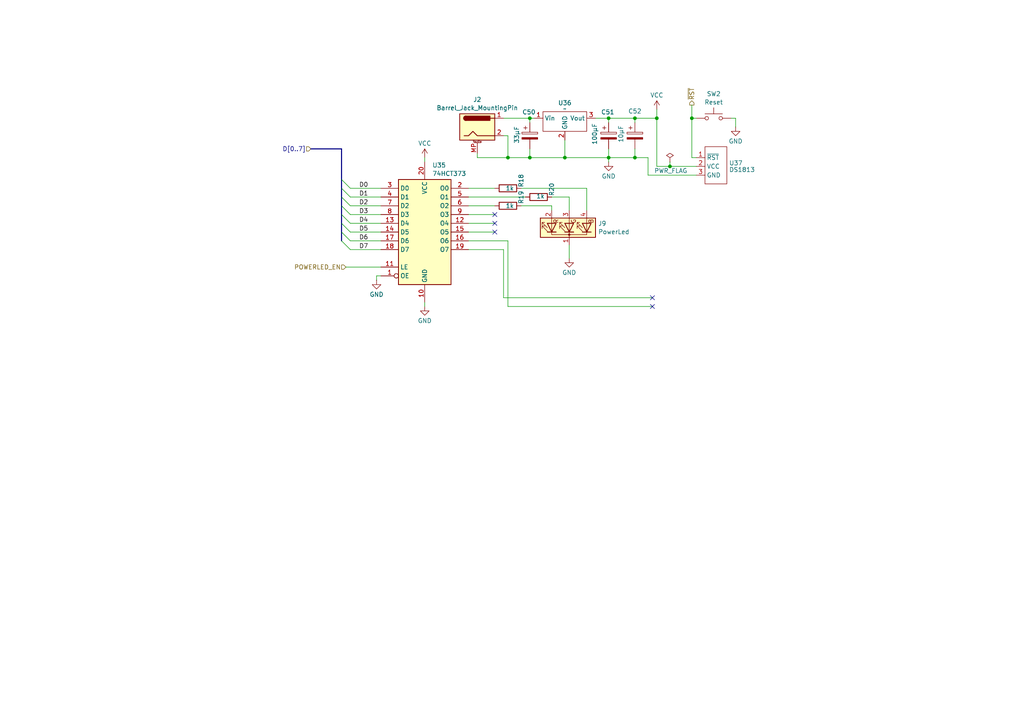
<source format=kicad_sch>
(kicad_sch
	(version 20231120)
	(generator "eeschema")
	(generator_version "8.0")
	(uuid "07ac2621-b141-4284-8c2f-efdbae4683df")
	(paper "A4")
	(lib_symbols
		(symbol "74xx:74LS373"
			(exclude_from_sim no)
			(in_bom yes)
			(on_board yes)
			(property "Reference" "U"
				(at -7.62 16.51 0)
				(effects
					(font
						(size 1.27 1.27)
					)
				)
			)
			(property "Value" "74LS373"
				(at -7.62 -16.51 0)
				(effects
					(font
						(size 1.27 1.27)
					)
				)
			)
			(property "Footprint" ""
				(at 0 0 0)
				(effects
					(font
						(size 1.27 1.27)
					)
					(hide yes)
				)
			)
			(property "Datasheet" "http://www.ti.com/lit/gpn/sn74LS373"
				(at 0 0 0)
				(effects
					(font
						(size 1.27 1.27)
					)
					(hide yes)
				)
			)
			(property "Description" "8-bit Latch, 3-state outputs"
				(at 0 0 0)
				(effects
					(font
						(size 1.27 1.27)
					)
					(hide yes)
				)
			)
			(property "ki_keywords" "TTL REG DFF DFF8 LATCH"
				(at 0 0 0)
				(effects
					(font
						(size 1.27 1.27)
					)
					(hide yes)
				)
			)
			(property "ki_fp_filters" "DIP?20* SOIC?20* SO?20* SSOP?20* TSSOP?20*"
				(at 0 0 0)
				(effects
					(font
						(size 1.27 1.27)
					)
					(hide yes)
				)
			)
			(symbol "74LS373_1_0"
				(pin input inverted
					(at -12.7 -12.7 0)
					(length 5.08)
					(name "OE"
						(effects
							(font
								(size 1.27 1.27)
							)
						)
					)
					(number "1"
						(effects
							(font
								(size 1.27 1.27)
							)
						)
					)
				)
				(pin power_in line
					(at 0 -20.32 90)
					(length 5.08)
					(name "GND"
						(effects
							(font
								(size 1.27 1.27)
							)
						)
					)
					(number "10"
						(effects
							(font
								(size 1.27 1.27)
							)
						)
					)
				)
				(pin input line
					(at -12.7 -10.16 0)
					(length 5.08)
					(name "LE"
						(effects
							(font
								(size 1.27 1.27)
							)
						)
					)
					(number "11"
						(effects
							(font
								(size 1.27 1.27)
							)
						)
					)
				)
				(pin tri_state line
					(at 12.7 2.54 180)
					(length 5.08)
					(name "O4"
						(effects
							(font
								(size 1.27 1.27)
							)
						)
					)
					(number "12"
						(effects
							(font
								(size 1.27 1.27)
							)
						)
					)
				)
				(pin input line
					(at -12.7 2.54 0)
					(length 5.08)
					(name "D4"
						(effects
							(font
								(size 1.27 1.27)
							)
						)
					)
					(number "13"
						(effects
							(font
								(size 1.27 1.27)
							)
						)
					)
				)
				(pin input line
					(at -12.7 0 0)
					(length 5.08)
					(name "D5"
						(effects
							(font
								(size 1.27 1.27)
							)
						)
					)
					(number "14"
						(effects
							(font
								(size 1.27 1.27)
							)
						)
					)
				)
				(pin tri_state line
					(at 12.7 0 180)
					(length 5.08)
					(name "O5"
						(effects
							(font
								(size 1.27 1.27)
							)
						)
					)
					(number "15"
						(effects
							(font
								(size 1.27 1.27)
							)
						)
					)
				)
				(pin tri_state line
					(at 12.7 -2.54 180)
					(length 5.08)
					(name "O6"
						(effects
							(font
								(size 1.27 1.27)
							)
						)
					)
					(number "16"
						(effects
							(font
								(size 1.27 1.27)
							)
						)
					)
				)
				(pin input line
					(at -12.7 -2.54 0)
					(length 5.08)
					(name "D6"
						(effects
							(font
								(size 1.27 1.27)
							)
						)
					)
					(number "17"
						(effects
							(font
								(size 1.27 1.27)
							)
						)
					)
				)
				(pin input line
					(at -12.7 -5.08 0)
					(length 5.08)
					(name "D7"
						(effects
							(font
								(size 1.27 1.27)
							)
						)
					)
					(number "18"
						(effects
							(font
								(size 1.27 1.27)
							)
						)
					)
				)
				(pin tri_state line
					(at 12.7 -5.08 180)
					(length 5.08)
					(name "O7"
						(effects
							(font
								(size 1.27 1.27)
							)
						)
					)
					(number "19"
						(effects
							(font
								(size 1.27 1.27)
							)
						)
					)
				)
				(pin tri_state line
					(at 12.7 12.7 180)
					(length 5.08)
					(name "O0"
						(effects
							(font
								(size 1.27 1.27)
							)
						)
					)
					(number "2"
						(effects
							(font
								(size 1.27 1.27)
							)
						)
					)
				)
				(pin power_in line
					(at 0 20.32 270)
					(length 5.08)
					(name "VCC"
						(effects
							(font
								(size 1.27 1.27)
							)
						)
					)
					(number "20"
						(effects
							(font
								(size 1.27 1.27)
							)
						)
					)
				)
				(pin input line
					(at -12.7 12.7 0)
					(length 5.08)
					(name "D0"
						(effects
							(font
								(size 1.27 1.27)
							)
						)
					)
					(number "3"
						(effects
							(font
								(size 1.27 1.27)
							)
						)
					)
				)
				(pin input line
					(at -12.7 10.16 0)
					(length 5.08)
					(name "D1"
						(effects
							(font
								(size 1.27 1.27)
							)
						)
					)
					(number "4"
						(effects
							(font
								(size 1.27 1.27)
							)
						)
					)
				)
				(pin tri_state line
					(at 12.7 10.16 180)
					(length 5.08)
					(name "O1"
						(effects
							(font
								(size 1.27 1.27)
							)
						)
					)
					(number "5"
						(effects
							(font
								(size 1.27 1.27)
							)
						)
					)
				)
				(pin tri_state line
					(at 12.7 7.62 180)
					(length 5.08)
					(name "O2"
						(effects
							(font
								(size 1.27 1.27)
							)
						)
					)
					(number "6"
						(effects
							(font
								(size 1.27 1.27)
							)
						)
					)
				)
				(pin input line
					(at -12.7 7.62 0)
					(length 5.08)
					(name "D2"
						(effects
							(font
								(size 1.27 1.27)
							)
						)
					)
					(number "7"
						(effects
							(font
								(size 1.27 1.27)
							)
						)
					)
				)
				(pin input line
					(at -12.7 5.08 0)
					(length 5.08)
					(name "D3"
						(effects
							(font
								(size 1.27 1.27)
							)
						)
					)
					(number "8"
						(effects
							(font
								(size 1.27 1.27)
							)
						)
					)
				)
				(pin tri_state line
					(at 12.7 5.08 180)
					(length 5.08)
					(name "O3"
						(effects
							(font
								(size 1.27 1.27)
							)
						)
					)
					(number "9"
						(effects
							(font
								(size 1.27 1.27)
							)
						)
					)
				)
			)
			(symbol "74LS373_1_1"
				(rectangle
					(start -7.62 15.24)
					(end 7.62 -15.24)
					(stroke
						(width 0.254)
						(type default)
					)
					(fill
						(type background)
					)
				)
			)
		)
		(symbol "Connector:Barrel_Jack_MountingPin"
			(pin_names hide)
			(exclude_from_sim no)
			(in_bom yes)
			(on_board yes)
			(property "Reference" "J"
				(at 0 5.334 0)
				(effects
					(font
						(size 1.27 1.27)
					)
				)
			)
			(property "Value" "Barrel_Jack_MountingPin"
				(at 1.27 -6.35 0)
				(effects
					(font
						(size 1.27 1.27)
					)
					(justify left)
				)
			)
			(property "Footprint" ""
				(at 1.27 -1.016 0)
				(effects
					(font
						(size 1.27 1.27)
					)
					(hide yes)
				)
			)
			(property "Datasheet" "~"
				(at 1.27 -1.016 0)
				(effects
					(font
						(size 1.27 1.27)
					)
					(hide yes)
				)
			)
			(property "Description" "DC Barrel Jack with a mounting pin"
				(at 0 0 0)
				(effects
					(font
						(size 1.27 1.27)
					)
					(hide yes)
				)
			)
			(property "ki_keywords" "DC power barrel jack connector"
				(at 0 0 0)
				(effects
					(font
						(size 1.27 1.27)
					)
					(hide yes)
				)
			)
			(property "ki_fp_filters" "BarrelJack*"
				(at 0 0 0)
				(effects
					(font
						(size 1.27 1.27)
					)
					(hide yes)
				)
			)
			(symbol "Barrel_Jack_MountingPin_0_1"
				(rectangle
					(start -5.08 3.81)
					(end 5.08 -3.81)
					(stroke
						(width 0.254)
						(type solid)
					)
					(fill
						(type background)
					)
				)
				(arc
					(start -3.302 3.175)
					(mid -3.937 2.54)
					(end -3.302 1.905)
					(stroke
						(width 0.254)
						(type solid)
					)
					(fill
						(type none)
					)
				)
				(arc
					(start -3.302 3.175)
					(mid -3.937 2.54)
					(end -3.302 1.905)
					(stroke
						(width 0.254)
						(type solid)
					)
					(fill
						(type outline)
					)
				)
				(polyline
					(pts
						(xy 5.08 2.54) (xy 3.81 2.54)
					)
					(stroke
						(width 0.254)
						(type solid)
					)
					(fill
						(type none)
					)
				)
				(polyline
					(pts
						(xy -3.81 -2.54) (xy -2.54 -2.54) (xy -1.27 -1.27) (xy 0 -2.54) (xy 2.54 -2.54) (xy 5.08 -2.54)
					)
					(stroke
						(width 0.254)
						(type solid)
					)
					(fill
						(type none)
					)
				)
				(rectangle
					(start 3.683 3.175)
					(end -3.302 1.905)
					(stroke
						(width 0.254)
						(type solid)
					)
					(fill
						(type outline)
					)
				)
			)
			(symbol "Barrel_Jack_MountingPin_1_1"
				(polyline
					(pts
						(xy -1.016 -4.572) (xy 1.016 -4.572)
					)
					(stroke
						(width 0.1524)
						(type solid)
					)
					(fill
						(type none)
					)
				)
				(text "Mounting"
					(at 0 -4.191 0)
					(effects
						(font
							(size 0.381 0.381)
						)
					)
				)
				(pin passive line
					(at 7.62 2.54 180)
					(length 2.54)
					(name "~"
						(effects
							(font
								(size 1.27 1.27)
							)
						)
					)
					(number "1"
						(effects
							(font
								(size 1.27 1.27)
							)
						)
					)
				)
				(pin passive line
					(at 7.62 -2.54 180)
					(length 2.54)
					(name "~"
						(effects
							(font
								(size 1.27 1.27)
							)
						)
					)
					(number "2"
						(effects
							(font
								(size 1.27 1.27)
							)
						)
					)
				)
				(pin passive line
					(at 0 -7.62 90)
					(length 3.048)
					(name "MountPin"
						(effects
							(font
								(size 1.27 1.27)
							)
						)
					)
					(number "MP"
						(effects
							(font
								(size 1.27 1.27)
							)
						)
					)
				)
			)
		)
		(symbol "DS1813_1"
			(exclude_from_sim no)
			(in_bom yes)
			(on_board yes)
			(property "Reference" "U"
				(at 3.175 -9.525 0)
				(effects
					(font
						(size 1.27 1.27)
					)
				)
			)
			(property "Value" "DS1813"
				(at 5.715 -9.525 0)
				(effects
					(font
						(size 1.27 1.27)
					)
				)
			)
			(property "Footprint" "Package_TO_SOT_THT:TO-92_Inline"
				(at 5.715 -9.525 0)
				(effects
					(font
						(size 1.27 1.27)
					)
					(hide yes)
				)
			)
			(property "Datasheet" ""
				(at 5.715 -9.525 0)
				(effects
					(font
						(size 1.27 1.27)
					)
					(hide yes)
				)
			)
			(property "Description" ""
				(at 0 0 0)
				(effects
					(font
						(size 1.27 1.27)
					)
					(hide yes)
				)
			)
			(symbol "DS1813_1_0_1"
				(polyline
					(pts
						(xy 2.54 -7.62) (xy 2.54 3.175) (xy 8.89 3.175) (xy 8.89 -7.62) (xy 2.54 -7.62)
					)
					(stroke
						(width 0)
						(type default)
					)
					(fill
						(type none)
					)
				)
			)
			(symbol "DS1813_1_1_1"
				(pin output line
					(at 0 0 0)
					(length 2.54)
					(name "~{RST}"
						(effects
							(font
								(size 1.27 1.27)
							)
						)
					)
					(number "1"
						(effects
							(font
								(size 1.27 1.27)
							)
						)
					)
				)
				(pin power_in line
					(at 0 -2.54 0)
					(length 2.54)
					(name "VCC"
						(effects
							(font
								(size 1.27 1.27)
							)
						)
					)
					(number "2"
						(effects
							(font
								(size 1.27 1.27)
							)
						)
					)
				)
				(pin power_in line
					(at 0 -5.08 0)
					(length 2.54)
					(name "GND"
						(effects
							(font
								(size 1.27 1.27)
							)
						)
					)
					(number "3"
						(effects
							(font
								(size 1.27 1.27)
							)
						)
					)
				)
			)
		)
		(symbol "Device:C_Polarized"
			(pin_numbers hide)
			(pin_names
				(offset 0.254)
			)
			(exclude_from_sim no)
			(in_bom yes)
			(on_board yes)
			(property "Reference" "C"
				(at 0.635 2.54 0)
				(effects
					(font
						(size 1.27 1.27)
					)
					(justify left)
				)
			)
			(property "Value" "C_Polarized"
				(at 0.635 -2.54 0)
				(effects
					(font
						(size 1.27 1.27)
					)
					(justify left)
				)
			)
			(property "Footprint" ""
				(at 0.9652 -3.81 0)
				(effects
					(font
						(size 1.27 1.27)
					)
					(hide yes)
				)
			)
			(property "Datasheet" "~"
				(at 0 0 0)
				(effects
					(font
						(size 1.27 1.27)
					)
					(hide yes)
				)
			)
			(property "Description" "Polarized capacitor"
				(at 0 0 0)
				(effects
					(font
						(size 1.27 1.27)
					)
					(hide yes)
				)
			)
			(property "ki_keywords" "cap capacitor"
				(at 0 0 0)
				(effects
					(font
						(size 1.27 1.27)
					)
					(hide yes)
				)
			)
			(property "ki_fp_filters" "CP_*"
				(at 0 0 0)
				(effects
					(font
						(size 1.27 1.27)
					)
					(hide yes)
				)
			)
			(symbol "C_Polarized_0_1"
				(rectangle
					(start -2.286 0.508)
					(end 2.286 1.016)
					(stroke
						(width 0)
						(type default)
					)
					(fill
						(type none)
					)
				)
				(polyline
					(pts
						(xy -1.778 2.286) (xy -0.762 2.286)
					)
					(stroke
						(width 0)
						(type default)
					)
					(fill
						(type none)
					)
				)
				(polyline
					(pts
						(xy -1.27 2.794) (xy -1.27 1.778)
					)
					(stroke
						(width 0)
						(type default)
					)
					(fill
						(type none)
					)
				)
				(rectangle
					(start 2.286 -0.508)
					(end -2.286 -1.016)
					(stroke
						(width 0)
						(type default)
					)
					(fill
						(type outline)
					)
				)
			)
			(symbol "C_Polarized_1_1"
				(pin passive line
					(at 0 3.81 270)
					(length 2.794)
					(name "~"
						(effects
							(font
								(size 1.27 1.27)
							)
						)
					)
					(number "1"
						(effects
							(font
								(size 1.27 1.27)
							)
						)
					)
				)
				(pin passive line
					(at 0 -3.81 90)
					(length 2.794)
					(name "~"
						(effects
							(font
								(size 1.27 1.27)
							)
						)
					)
					(number "2"
						(effects
							(font
								(size 1.27 1.27)
							)
						)
					)
				)
			)
		)
		(symbol "Device:LED_KRGB"
			(pin_names
				(offset 0) hide)
			(exclude_from_sim no)
			(in_bom yes)
			(on_board yes)
			(property "Reference" "D"
				(at 0 9.398 0)
				(effects
					(font
						(size 1.27 1.27)
					)
				)
			)
			(property "Value" "LED_KRGB"
				(at 0 -8.89 0)
				(effects
					(font
						(size 1.27 1.27)
					)
				)
			)
			(property "Footprint" ""
				(at 0 -1.27 0)
				(effects
					(font
						(size 1.27 1.27)
					)
					(hide yes)
				)
			)
			(property "Datasheet" "~"
				(at 0 -1.27 0)
				(effects
					(font
						(size 1.27 1.27)
					)
					(hide yes)
				)
			)
			(property "Description" "RGB LED, cathode/red/green/blue"
				(at 0 0 0)
				(effects
					(font
						(size 1.27 1.27)
					)
					(hide yes)
				)
			)
			(property "ki_keywords" "LED RGB diode"
				(at 0 0 0)
				(effects
					(font
						(size 1.27 1.27)
					)
					(hide yes)
				)
			)
			(property "ki_fp_filters" "LED* LED_SMD:* LED_THT:*"
				(at 0 0 0)
				(effects
					(font
						(size 1.27 1.27)
					)
					(hide yes)
				)
			)
			(symbol "LED_KRGB_0_0"
				(text "B"
					(at 1.905 -6.35 0)
					(effects
						(font
							(size 1.27 1.27)
						)
					)
				)
				(text "G"
					(at 1.905 -1.27 0)
					(effects
						(font
							(size 1.27 1.27)
						)
					)
				)
				(text "R"
					(at 1.905 3.81 0)
					(effects
						(font
							(size 1.27 1.27)
						)
					)
				)
			)
			(symbol "LED_KRGB_0_1"
				(circle
					(center -2.032 0)
					(radius 0.254)
					(stroke
						(width 0)
						(type default)
					)
					(fill
						(type outline)
					)
				)
				(polyline
					(pts
						(xy -1.27 -5.08) (xy 1.27 -5.08)
					)
					(stroke
						(width 0)
						(type default)
					)
					(fill
						(type none)
					)
				)
				(polyline
					(pts
						(xy -1.27 -3.81) (xy -1.27 -6.35)
					)
					(stroke
						(width 0.254)
						(type default)
					)
					(fill
						(type none)
					)
				)
				(polyline
					(pts
						(xy -1.27 0) (xy -2.54 0)
					)
					(stroke
						(width 0)
						(type default)
					)
					(fill
						(type none)
					)
				)
				(polyline
					(pts
						(xy -1.27 1.27) (xy -1.27 -1.27)
					)
					(stroke
						(width 0.254)
						(type default)
					)
					(fill
						(type none)
					)
				)
				(polyline
					(pts
						(xy -1.27 5.08) (xy 1.27 5.08)
					)
					(stroke
						(width 0)
						(type default)
					)
					(fill
						(type none)
					)
				)
				(polyline
					(pts
						(xy -1.27 6.35) (xy -1.27 3.81)
					)
					(stroke
						(width 0.254)
						(type default)
					)
					(fill
						(type none)
					)
				)
				(polyline
					(pts
						(xy 1.27 -5.08) (xy 2.54 -5.08)
					)
					(stroke
						(width 0)
						(type default)
					)
					(fill
						(type none)
					)
				)
				(polyline
					(pts
						(xy 1.27 0) (xy -1.27 0)
					)
					(stroke
						(width 0)
						(type default)
					)
					(fill
						(type none)
					)
				)
				(polyline
					(pts
						(xy 1.27 0) (xy 2.54 0)
					)
					(stroke
						(width 0)
						(type default)
					)
					(fill
						(type none)
					)
				)
				(polyline
					(pts
						(xy 1.27 5.08) (xy 2.54 5.08)
					)
					(stroke
						(width 0)
						(type default)
					)
					(fill
						(type none)
					)
				)
				(polyline
					(pts
						(xy -1.27 1.27) (xy -1.27 -1.27) (xy -1.27 -1.27)
					)
					(stroke
						(width 0)
						(type default)
					)
					(fill
						(type none)
					)
				)
				(polyline
					(pts
						(xy -1.27 6.35) (xy -1.27 3.81) (xy -1.27 3.81)
					)
					(stroke
						(width 0)
						(type default)
					)
					(fill
						(type none)
					)
				)
				(polyline
					(pts
						(xy -1.27 5.08) (xy -2.032 5.08) (xy -2.032 -5.08) (xy -1.016 -5.08)
					)
					(stroke
						(width 0)
						(type default)
					)
					(fill
						(type none)
					)
				)
				(polyline
					(pts
						(xy 1.27 -3.81) (xy 1.27 -6.35) (xy -1.27 -5.08) (xy 1.27 -3.81)
					)
					(stroke
						(width 0.254)
						(type default)
					)
					(fill
						(type none)
					)
				)
				(polyline
					(pts
						(xy 1.27 1.27) (xy 1.27 -1.27) (xy -1.27 0) (xy 1.27 1.27)
					)
					(stroke
						(width 0.254)
						(type default)
					)
					(fill
						(type none)
					)
				)
				(polyline
					(pts
						(xy 1.27 6.35) (xy 1.27 3.81) (xy -1.27 5.08) (xy 1.27 6.35)
					)
					(stroke
						(width 0.254)
						(type default)
					)
					(fill
						(type none)
					)
				)
				(polyline
					(pts
						(xy -1.016 -3.81) (xy 0.508 -2.286) (xy -0.254 -2.286) (xy 0.508 -2.286) (xy 0.508 -3.048)
					)
					(stroke
						(width 0)
						(type default)
					)
					(fill
						(type none)
					)
				)
				(polyline
					(pts
						(xy -1.016 1.27) (xy 0.508 2.794) (xy -0.254 2.794) (xy 0.508 2.794) (xy 0.508 2.032)
					)
					(stroke
						(width 0)
						(type default)
					)
					(fill
						(type none)
					)
				)
				(polyline
					(pts
						(xy -1.016 6.35) (xy 0.508 7.874) (xy -0.254 7.874) (xy 0.508 7.874) (xy 0.508 7.112)
					)
					(stroke
						(width 0)
						(type default)
					)
					(fill
						(type none)
					)
				)
				(polyline
					(pts
						(xy 0 -3.81) (xy 1.524 -2.286) (xy 0.762 -2.286) (xy 1.524 -2.286) (xy 1.524 -3.048)
					)
					(stroke
						(width 0)
						(type default)
					)
					(fill
						(type none)
					)
				)
				(polyline
					(pts
						(xy 0 1.27) (xy 1.524 2.794) (xy 0.762 2.794) (xy 1.524 2.794) (xy 1.524 2.032)
					)
					(stroke
						(width 0)
						(type default)
					)
					(fill
						(type none)
					)
				)
				(polyline
					(pts
						(xy 0 6.35) (xy 1.524 7.874) (xy 0.762 7.874) (xy 1.524 7.874) (xy 1.524 7.112)
					)
					(stroke
						(width 0)
						(type default)
					)
					(fill
						(type none)
					)
				)
				(rectangle
					(start 1.27 -1.27)
					(end 1.27 1.27)
					(stroke
						(width 0)
						(type default)
					)
					(fill
						(type none)
					)
				)
				(rectangle
					(start 1.27 1.27)
					(end 1.27 1.27)
					(stroke
						(width 0)
						(type default)
					)
					(fill
						(type none)
					)
				)
				(rectangle
					(start 1.27 3.81)
					(end 1.27 6.35)
					(stroke
						(width 0)
						(type default)
					)
					(fill
						(type none)
					)
				)
				(rectangle
					(start 1.27 6.35)
					(end 1.27 6.35)
					(stroke
						(width 0)
						(type default)
					)
					(fill
						(type none)
					)
				)
				(rectangle
					(start 2.794 8.382)
					(end -2.794 -7.62)
					(stroke
						(width 0.254)
						(type default)
					)
					(fill
						(type background)
					)
				)
			)
			(symbol "LED_KRGB_1_1"
				(pin passive line
					(at -5.08 0 0)
					(length 2.54)
					(name "K"
						(effects
							(font
								(size 1.27 1.27)
							)
						)
					)
					(number "1"
						(effects
							(font
								(size 1.27 1.27)
							)
						)
					)
				)
				(pin passive line
					(at 5.08 5.08 180)
					(length 2.54)
					(name "RA"
						(effects
							(font
								(size 1.27 1.27)
							)
						)
					)
					(number "2"
						(effects
							(font
								(size 1.27 1.27)
							)
						)
					)
				)
				(pin passive line
					(at 5.08 0 180)
					(length 2.54)
					(name "GA"
						(effects
							(font
								(size 1.27 1.27)
							)
						)
					)
					(number "3"
						(effects
							(font
								(size 1.27 1.27)
							)
						)
					)
				)
				(pin passive line
					(at 5.08 -5.08 180)
					(length 2.54)
					(name "BA"
						(effects
							(font
								(size 1.27 1.27)
							)
						)
					)
					(number "4"
						(effects
							(font
								(size 1.27 1.27)
							)
						)
					)
				)
			)
		)
		(symbol "Device:R"
			(pin_numbers hide)
			(pin_names
				(offset 0)
			)
			(exclude_from_sim no)
			(in_bom yes)
			(on_board yes)
			(property "Reference" "R"
				(at 2.032 0 90)
				(effects
					(font
						(size 1.27 1.27)
					)
				)
			)
			(property "Value" "R"
				(at 0 0 90)
				(effects
					(font
						(size 1.27 1.27)
					)
				)
			)
			(property "Footprint" ""
				(at -1.778 0 90)
				(effects
					(font
						(size 1.27 1.27)
					)
					(hide yes)
				)
			)
			(property "Datasheet" "~"
				(at 0 0 0)
				(effects
					(font
						(size 1.27 1.27)
					)
					(hide yes)
				)
			)
			(property "Description" "Resistor"
				(at 0 0 0)
				(effects
					(font
						(size 1.27 1.27)
					)
					(hide yes)
				)
			)
			(property "ki_keywords" "R res resistor"
				(at 0 0 0)
				(effects
					(font
						(size 1.27 1.27)
					)
					(hide yes)
				)
			)
			(property "ki_fp_filters" "R_*"
				(at 0 0 0)
				(effects
					(font
						(size 1.27 1.27)
					)
					(hide yes)
				)
			)
			(symbol "R_0_1"
				(rectangle
					(start -1.016 -2.54)
					(end 1.016 2.54)
					(stroke
						(width 0.254)
						(type default)
					)
					(fill
						(type none)
					)
				)
			)
			(symbol "R_1_1"
				(pin passive line
					(at 0 3.81 270)
					(length 1.27)
					(name "~"
						(effects
							(font
								(size 1.27 1.27)
							)
						)
					)
					(number "1"
						(effects
							(font
								(size 1.27 1.27)
							)
						)
					)
				)
				(pin passive line
					(at 0 -3.81 90)
					(length 1.27)
					(name "~"
						(effects
							(font
								(size 1.27 1.27)
							)
						)
					)
					(number "2"
						(effects
							(font
								(size 1.27 1.27)
							)
						)
					)
				)
			)
		)
		(symbol "Switch:SW_Push"
			(pin_numbers hide)
			(pin_names
				(offset 1.016) hide)
			(exclude_from_sim no)
			(in_bom yes)
			(on_board yes)
			(property "Reference" "SW"
				(at 1.27 2.54 0)
				(effects
					(font
						(size 1.27 1.27)
					)
					(justify left)
				)
			)
			(property "Value" "SW_Push"
				(at 0 -1.524 0)
				(effects
					(font
						(size 1.27 1.27)
					)
				)
			)
			(property "Footprint" ""
				(at 0 5.08 0)
				(effects
					(font
						(size 1.27 1.27)
					)
					(hide yes)
				)
			)
			(property "Datasheet" "~"
				(at 0 5.08 0)
				(effects
					(font
						(size 1.27 1.27)
					)
					(hide yes)
				)
			)
			(property "Description" "Push button switch, generic, two pins"
				(at 0 0 0)
				(effects
					(font
						(size 1.27 1.27)
					)
					(hide yes)
				)
			)
			(property "ki_keywords" "switch normally-open pushbutton push-button"
				(at 0 0 0)
				(effects
					(font
						(size 1.27 1.27)
					)
					(hide yes)
				)
			)
			(symbol "SW_Push_0_1"
				(circle
					(center -2.032 0)
					(radius 0.508)
					(stroke
						(width 0)
						(type default)
					)
					(fill
						(type none)
					)
				)
				(polyline
					(pts
						(xy 0 1.27) (xy 0 3.048)
					)
					(stroke
						(width 0)
						(type default)
					)
					(fill
						(type none)
					)
				)
				(polyline
					(pts
						(xy 2.54 1.27) (xy -2.54 1.27)
					)
					(stroke
						(width 0)
						(type default)
					)
					(fill
						(type none)
					)
				)
				(circle
					(center 2.032 0)
					(radius 0.508)
					(stroke
						(width 0)
						(type default)
					)
					(fill
						(type none)
					)
				)
				(pin passive line
					(at -5.08 0 0)
					(length 2.54)
					(name "1"
						(effects
							(font
								(size 1.27 1.27)
							)
						)
					)
					(number "1"
						(effects
							(font
								(size 1.27 1.27)
							)
						)
					)
				)
				(pin passive line
					(at 5.08 0 180)
					(length 2.54)
					(name "2"
						(effects
							(font
								(size 1.27 1.27)
							)
						)
					)
					(number "2"
						(effects
							(font
								(size 1.27 1.27)
							)
						)
					)
				)
			)
		)
		(symbol "motherboard:BA05CC0T"
			(exclude_from_sim no)
			(in_bom yes)
			(on_board yes)
			(property "Reference" "U"
				(at 0 0 0)
				(effects
					(font
						(size 1.27 1.27)
					)
				)
			)
			(property "Value" ""
				(at 0 0 0)
				(effects
					(font
						(size 1.27 1.27)
					)
				)
			)
			(property "Footprint" ""
				(at 0 0 0)
				(effects
					(font
						(size 1.27 1.27)
					)
					(hide yes)
				)
			)
			(property "Datasheet" ""
				(at 0 0 0)
				(effects
					(font
						(size 1.27 1.27)
					)
					(hide yes)
				)
			)
			(property "Description" ""
				(at 0 0 0)
				(effects
					(font
						(size 1.27 1.27)
					)
					(hide yes)
				)
			)
			(symbol "BA05CC0T_0_1"
				(rectangle
					(start -3.81 8.255)
					(end 8.89 2.54)
					(stroke
						(width 0)
						(type default)
					)
					(fill
						(type none)
					)
				)
			)
			(symbol "BA05CC0T_1_1"
				(pin power_in line
					(at -6.35 6.35 0)
					(length 2.54)
					(name "Vin"
						(effects
							(font
								(size 1.27 1.27)
							)
						)
					)
					(number "1"
						(effects
							(font
								(size 1.27 1.27)
							)
						)
					)
				)
				(pin passive line
					(at 2.54 0 90)
					(length 2.54)
					(name "GND"
						(effects
							(font
								(size 1.27 1.27)
							)
						)
					)
					(number "2"
						(effects
							(font
								(size 1.27 1.27)
							)
						)
					)
				)
				(pin power_out line
					(at 11.43 6.35 180)
					(length 2.54)
					(name "Vout"
						(effects
							(font
								(size 1.27 1.27)
							)
						)
					)
					(number "3"
						(effects
							(font
								(size 1.27 1.27)
							)
						)
					)
				)
			)
		)
		(symbol "power:GND"
			(power)
			(pin_numbers hide)
			(pin_names
				(offset 0) hide)
			(exclude_from_sim no)
			(in_bom yes)
			(on_board yes)
			(property "Reference" "#PWR"
				(at 0 -6.35 0)
				(effects
					(font
						(size 1.27 1.27)
					)
					(hide yes)
				)
			)
			(property "Value" "GND"
				(at 0 -3.81 0)
				(effects
					(font
						(size 1.27 1.27)
					)
				)
			)
			(property "Footprint" ""
				(at 0 0 0)
				(effects
					(font
						(size 1.27 1.27)
					)
					(hide yes)
				)
			)
			(property "Datasheet" ""
				(at 0 0 0)
				(effects
					(font
						(size 1.27 1.27)
					)
					(hide yes)
				)
			)
			(property "Description" "Power symbol creates a global label with name \"GND\" , ground"
				(at 0 0 0)
				(effects
					(font
						(size 1.27 1.27)
					)
					(hide yes)
				)
			)
			(property "ki_keywords" "global power"
				(at 0 0 0)
				(effects
					(font
						(size 1.27 1.27)
					)
					(hide yes)
				)
			)
			(symbol "GND_0_1"
				(polyline
					(pts
						(xy 0 0) (xy 0 -1.27) (xy 1.27 -1.27) (xy 0 -2.54) (xy -1.27 -1.27) (xy 0 -1.27)
					)
					(stroke
						(width 0)
						(type default)
					)
					(fill
						(type none)
					)
				)
			)
			(symbol "GND_1_1"
				(pin power_in line
					(at 0 0 270)
					(length 0)
					(name "~"
						(effects
							(font
								(size 1.27 1.27)
							)
						)
					)
					(number "1"
						(effects
							(font
								(size 1.27 1.27)
							)
						)
					)
				)
			)
		)
		(symbol "power:PWR_FLAG"
			(power)
			(pin_numbers hide)
			(pin_names
				(offset 0) hide)
			(exclude_from_sim no)
			(in_bom yes)
			(on_board yes)
			(property "Reference" "#FLG"
				(at 0 1.905 0)
				(effects
					(font
						(size 1.27 1.27)
					)
					(hide yes)
				)
			)
			(property "Value" "PWR_FLAG"
				(at 0 3.81 0)
				(effects
					(font
						(size 1.27 1.27)
					)
				)
			)
			(property "Footprint" ""
				(at 0 0 0)
				(effects
					(font
						(size 1.27 1.27)
					)
					(hide yes)
				)
			)
			(property "Datasheet" "~"
				(at 0 0 0)
				(effects
					(font
						(size 1.27 1.27)
					)
					(hide yes)
				)
			)
			(property "Description" "Special symbol for telling ERC where power comes from"
				(at 0 0 0)
				(effects
					(font
						(size 1.27 1.27)
					)
					(hide yes)
				)
			)
			(property "ki_keywords" "flag power"
				(at 0 0 0)
				(effects
					(font
						(size 1.27 1.27)
					)
					(hide yes)
				)
			)
			(symbol "PWR_FLAG_0_0"
				(pin power_out line
					(at 0 0 90)
					(length 0)
					(name "~"
						(effects
							(font
								(size 1.27 1.27)
							)
						)
					)
					(number "1"
						(effects
							(font
								(size 1.27 1.27)
							)
						)
					)
				)
			)
			(symbol "PWR_FLAG_0_1"
				(polyline
					(pts
						(xy 0 0) (xy 0 1.27) (xy -1.016 1.905) (xy 0 2.54) (xy 1.016 1.905) (xy 0 1.27)
					)
					(stroke
						(width 0)
						(type default)
					)
					(fill
						(type none)
					)
				)
			)
		)
		(symbol "power:VCC"
			(power)
			(pin_numbers hide)
			(pin_names
				(offset 0) hide)
			(exclude_from_sim no)
			(in_bom yes)
			(on_board yes)
			(property "Reference" "#PWR"
				(at 0 -3.81 0)
				(effects
					(font
						(size 1.27 1.27)
					)
					(hide yes)
				)
			)
			(property "Value" "VCC"
				(at 0 3.556 0)
				(effects
					(font
						(size 1.27 1.27)
					)
				)
			)
			(property "Footprint" ""
				(at 0 0 0)
				(effects
					(font
						(size 1.27 1.27)
					)
					(hide yes)
				)
			)
			(property "Datasheet" ""
				(at 0 0 0)
				(effects
					(font
						(size 1.27 1.27)
					)
					(hide yes)
				)
			)
			(property "Description" "Power symbol creates a global label with name \"VCC\""
				(at 0 0 0)
				(effects
					(font
						(size 1.27 1.27)
					)
					(hide yes)
				)
			)
			(property "ki_keywords" "global power"
				(at 0 0 0)
				(effects
					(font
						(size 1.27 1.27)
					)
					(hide yes)
				)
			)
			(symbol "VCC_0_1"
				(polyline
					(pts
						(xy -0.762 1.27) (xy 0 2.54)
					)
					(stroke
						(width 0)
						(type default)
					)
					(fill
						(type none)
					)
				)
				(polyline
					(pts
						(xy 0 0) (xy 0 2.54)
					)
					(stroke
						(width 0)
						(type default)
					)
					(fill
						(type none)
					)
				)
				(polyline
					(pts
						(xy 0 2.54) (xy 0.762 1.27)
					)
					(stroke
						(width 0)
						(type default)
					)
					(fill
						(type none)
					)
				)
			)
			(symbol "VCC_1_1"
				(pin power_in line
					(at 0 0 90)
					(length 0)
					(name "~"
						(effects
							(font
								(size 1.27 1.27)
							)
						)
					)
					(number "1"
						(effects
							(font
								(size 1.27 1.27)
							)
						)
					)
				)
			)
		)
	)
	(junction
		(at 153.67 34.29)
		(diameter 0)
		(color 0 0 0 0)
		(uuid "02a152e7-db6a-4e6b-b1cd-9c04e319876a")
	)
	(junction
		(at 147.32 45.72)
		(diameter 0)
		(color 0 0 0 0)
		(uuid "02b75a1f-46b5-440b-bfde-b4ca6cd229aa")
	)
	(junction
		(at 163.83 45.72)
		(diameter 0)
		(color 0 0 0 0)
		(uuid "0a60a2ac-1723-4ff8-b49f-7d1b17a290f9")
	)
	(junction
		(at 194.31 48.26)
		(diameter 0)
		(color 0 0 0 0)
		(uuid "3c170653-ddbf-4c07-a5f1-398ecd0f0bc5")
	)
	(junction
		(at 176.53 34.29)
		(diameter 0)
		(color 0 0 0 0)
		(uuid "5d5ffeca-ae61-4ea9-90d0-3af70a6b1964")
	)
	(junction
		(at 176.53 45.72)
		(diameter 0)
		(color 0 0 0 0)
		(uuid "76542992-8b9b-4969-a1df-92bf630114f5")
	)
	(junction
		(at 184.15 45.72)
		(diameter 0)
		(color 0 0 0 0)
		(uuid "8ba2694b-4a4e-4a23-8ef8-10e033dfb51f")
	)
	(junction
		(at 190.5 34.29)
		(diameter 0)
		(color 0 0 0 0)
		(uuid "8f64f057-29d7-4b70-a3af-457a7ff19678")
	)
	(junction
		(at 184.15 34.29)
		(diameter 0)
		(color 0 0 0 0)
		(uuid "9458207c-dbc1-45aa-9dc9-7a6a32e9d0a4")
	)
	(junction
		(at 153.67 45.72)
		(diameter 0)
		(color 0 0 0 0)
		(uuid "bc078591-24e8-4a69-8722-f4837b3b7e49")
	)
	(junction
		(at 200.66 34.29)
		(diameter 0)
		(color 0 0 0 0)
		(uuid "fe78aae8-28ac-4663-a8ca-ca61b12c3839")
	)
	(no_connect
		(at 143.51 67.31)
		(uuid "03798b49-46cc-4694-834e-dcef428d7009")
	)
	(no_connect
		(at 143.51 64.77)
		(uuid "83d458e1-23aa-4aa1-b27b-38e3fde83158")
	)
	(no_connect
		(at 143.51 62.23)
		(uuid "8ba8df9a-07e6-4a0a-864d-2a476403af86")
	)
	(no_connect
		(at 189.23 86.36)
		(uuid "b26ccf5e-979f-42ab-b60c-6c801e205066")
	)
	(no_connect
		(at 189.23 88.9)
		(uuid "f1ae06bf-2c68-4298-aaa6-e62f20d65c7e")
	)
	(bus_entry
		(at 99.06 54.61)
		(size 2.54 2.54)
		(stroke
			(width 0)
			(type default)
		)
		(uuid "427a8529-0b8c-48bf-9678-920bc9dd07d5")
	)
	(bus_entry
		(at 99.06 64.77)
		(size 2.54 2.54)
		(stroke
			(width 0)
			(type default)
		)
		(uuid "65df6236-1e50-44b7-80b4-77bbb1358ed9")
	)
	(bus_entry
		(at 99.06 57.15)
		(size 2.54 2.54)
		(stroke
			(width 0)
			(type default)
		)
		(uuid "68761fcd-4b19-4726-90f9-bd9f732588ac")
	)
	(bus_entry
		(at 99.06 59.69)
		(size 2.54 2.54)
		(stroke
			(width 0)
			(type default)
		)
		(uuid "739d8ea7-096f-4f25-9edb-96d856d5de47")
	)
	(bus_entry
		(at 99.06 67.31)
		(size 2.54 2.54)
		(stroke
			(width 0)
			(type default)
		)
		(uuid "8babecf1-6f9a-41e0-8523-a6bcec8a0c78")
	)
	(bus_entry
		(at 99.06 62.23)
		(size 2.54 2.54)
		(stroke
			(width 0)
			(type default)
		)
		(uuid "abdce85f-5fe4-4e36-9550-6ffe66ff6772")
	)
	(bus_entry
		(at 99.06 69.85)
		(size 2.54 2.54)
		(stroke
			(width 0)
			(type default)
		)
		(uuid "c19096af-f0ac-4ee5-a4e5-c8ab8159134a")
	)
	(bus_entry
		(at 99.06 52.07)
		(size 2.54 2.54)
		(stroke
			(width 0)
			(type default)
		)
		(uuid "c9763a7b-270a-453b-96be-e81d49e58200")
	)
	(wire
		(pts
			(xy 160.02 59.69) (xy 160.02 60.96)
		)
		(stroke
			(width 0)
			(type default)
		)
		(uuid "03db5aaf-34c1-4d1b-bf00-99b9b0458bca")
	)
	(bus
		(pts
			(xy 99.06 52.07) (xy 99.06 54.61)
		)
		(stroke
			(width 0)
			(type default)
		)
		(uuid "03ec6da5-234e-4c74-937b-38d192cec9c9")
	)
	(wire
		(pts
			(xy 176.53 45.72) (xy 176.53 46.99)
		)
		(stroke
			(width 0)
			(type default)
		)
		(uuid "04e3ded5-d80c-4abe-8447-65ab6337b4f6")
	)
	(wire
		(pts
			(xy 147.32 39.37) (xy 147.32 45.72)
		)
		(stroke
			(width 0)
			(type default)
		)
		(uuid "08581dc0-1bc2-4b57-95a5-974dcedf3b60")
	)
	(wire
		(pts
			(xy 200.66 30.48) (xy 200.66 34.29)
		)
		(stroke
			(width 0)
			(type default)
		)
		(uuid "0b5bcfc3-73e6-4389-919e-ebe700dab03b")
	)
	(wire
		(pts
			(xy 146.05 34.29) (xy 153.67 34.29)
		)
		(stroke
			(width 0)
			(type default)
		)
		(uuid "0ba8e7e2-4e96-4329-95a9-37d0df6e8208")
	)
	(wire
		(pts
			(xy 138.43 45.72) (xy 147.32 45.72)
		)
		(stroke
			(width 0)
			(type default)
		)
		(uuid "1253b3eb-532c-4cfe-b239-9f7bc1ecff5d")
	)
	(wire
		(pts
			(xy 135.89 64.77) (xy 143.51 64.77)
		)
		(stroke
			(width 0)
			(type default)
		)
		(uuid "1902f859-0df4-48c7-ab73-52418ddbda2b")
	)
	(wire
		(pts
			(xy 135.89 67.31) (xy 143.51 67.31)
		)
		(stroke
			(width 0)
			(type default)
		)
		(uuid "19178469-5af4-4394-9fb3-cb3e9119dc69")
	)
	(wire
		(pts
			(xy 201.93 48.26) (xy 194.31 48.26)
		)
		(stroke
			(width 0)
			(type default)
		)
		(uuid "1ad91711-7b59-487f-8739-83c62571582c")
	)
	(wire
		(pts
			(xy 184.15 45.72) (xy 187.96 45.72)
		)
		(stroke
			(width 0)
			(type default)
		)
		(uuid "2293ff74-a306-49e7-965a-ea9ab5fd2a49")
	)
	(wire
		(pts
			(xy 123.19 87.63) (xy 123.19 88.9)
		)
		(stroke
			(width 0)
			(type default)
		)
		(uuid "24845e16-0e1a-46a6-a475-86246289255d")
	)
	(wire
		(pts
			(xy 190.5 34.29) (xy 190.5 31.75)
		)
		(stroke
			(width 0)
			(type default)
		)
		(uuid "24917dcf-331c-4f69-a267-1c4a3e338d0e")
	)
	(wire
		(pts
			(xy 147.32 45.72) (xy 153.67 45.72)
		)
		(stroke
			(width 0)
			(type default)
		)
		(uuid "260c05e9-35b7-44fe-9514-6ecdeee99a67")
	)
	(bus
		(pts
			(xy 99.06 54.61) (xy 99.06 57.15)
		)
		(stroke
			(width 0)
			(type default)
		)
		(uuid "2bd24f6a-36d0-4334-872d-ffde996d2b56")
	)
	(wire
		(pts
			(xy 101.6 62.23) (xy 110.49 62.23)
		)
		(stroke
			(width 0)
			(type default)
		)
		(uuid "2f198547-ba04-44f6-8bec-3f4d2c293528")
	)
	(wire
		(pts
			(xy 135.89 54.61) (xy 143.51 54.61)
		)
		(stroke
			(width 0)
			(type default)
		)
		(uuid "30c51087-23b0-4a10-be44-dc6e7b35864a")
	)
	(wire
		(pts
			(xy 176.53 45.72) (xy 184.15 45.72)
		)
		(stroke
			(width 0)
			(type default)
		)
		(uuid "32994479-75a2-4d15-b5d5-4a4d382edbed")
	)
	(wire
		(pts
			(xy 135.89 57.15) (xy 152.4 57.15)
		)
		(stroke
			(width 0)
			(type default)
		)
		(uuid "3313929d-94cb-415e-a6e2-f1599d3f95c2")
	)
	(wire
		(pts
			(xy 153.67 43.18) (xy 153.67 45.72)
		)
		(stroke
			(width 0)
			(type default)
		)
		(uuid "36397a40-14c2-4e85-b267-237c978ed619")
	)
	(wire
		(pts
			(xy 101.6 57.15) (xy 110.49 57.15)
		)
		(stroke
			(width 0)
			(type default)
		)
		(uuid "3a92fe83-547a-4049-a33a-8ecd198c16af")
	)
	(wire
		(pts
			(xy 151.13 59.69) (xy 160.02 59.69)
		)
		(stroke
			(width 0)
			(type default)
		)
		(uuid "3ade9696-3fc7-4b9f-b5a2-d0f2466d4410")
	)
	(wire
		(pts
			(xy 194.31 48.26) (xy 190.5 48.26)
		)
		(stroke
			(width 0)
			(type default)
		)
		(uuid "4de3afc6-fe26-4eca-b869-7e045d25f7b3")
	)
	(bus
		(pts
			(xy 99.06 62.23) (xy 99.06 64.77)
		)
		(stroke
			(width 0)
			(type default)
		)
		(uuid "50f548ed-0e91-4f18-920a-a8071a846b3a")
	)
	(wire
		(pts
			(xy 101.6 54.61) (xy 110.49 54.61)
		)
		(stroke
			(width 0)
			(type default)
		)
		(uuid "57398187-8d77-4ca3-a96f-5fa5c5f7be89")
	)
	(wire
		(pts
			(xy 138.43 44.45) (xy 138.43 45.72)
		)
		(stroke
			(width 0)
			(type default)
		)
		(uuid "589fe40d-f542-41fa-ab22-fe65aecb3dfe")
	)
	(bus
		(pts
			(xy 90.17 43.18) (xy 99.06 43.18)
		)
		(stroke
			(width 0)
			(type default)
		)
		(uuid "5d27d640-0a41-432a-b801-292afc5adfde")
	)
	(wire
		(pts
			(xy 146.05 86.36) (xy 189.23 86.36)
		)
		(stroke
			(width 0)
			(type default)
		)
		(uuid "5ebb29ac-b6e9-471a-b5b0-b022e348d0fe")
	)
	(wire
		(pts
			(xy 165.1 71.12) (xy 165.1 74.93)
		)
		(stroke
			(width 0)
			(type default)
		)
		(uuid "60c2081c-18eb-4957-9ff3-77f482f34618")
	)
	(wire
		(pts
			(xy 200.66 45.72) (xy 201.93 45.72)
		)
		(stroke
			(width 0)
			(type default)
		)
		(uuid "60eccbb6-1e53-48d9-806c-2accce9269e6")
	)
	(wire
		(pts
			(xy 213.36 34.29) (xy 213.36 36.83)
		)
		(stroke
			(width 0)
			(type default)
		)
		(uuid "612d322e-127e-4983-b12c-58c6a1018b30")
	)
	(wire
		(pts
			(xy 176.53 43.18) (xy 176.53 45.72)
		)
		(stroke
			(width 0)
			(type default)
		)
		(uuid "613d2a6b-3f30-4ea1-a81f-d4f76387a1c2")
	)
	(wire
		(pts
			(xy 101.6 67.31) (xy 110.49 67.31)
		)
		(stroke
			(width 0)
			(type default)
		)
		(uuid "69555198-1159-4e0c-9e09-f38aa187bb7a")
	)
	(wire
		(pts
			(xy 163.83 40.64) (xy 163.83 45.72)
		)
		(stroke
			(width 0)
			(type default)
		)
		(uuid "6f170be4-4a84-42ab-8770-31245360d8c7")
	)
	(wire
		(pts
			(xy 135.89 59.69) (xy 143.51 59.69)
		)
		(stroke
			(width 0)
			(type default)
		)
		(uuid "6f27c568-98cb-4f2b-90d7-b2fa3a59c8ee")
	)
	(wire
		(pts
			(xy 135.89 69.85) (xy 147.32 69.85)
		)
		(stroke
			(width 0)
			(type default)
		)
		(uuid "76d919f1-c6a3-44f7-bb61-ccd68ae6ba43")
	)
	(bus
		(pts
			(xy 99.06 57.15) (xy 99.06 59.69)
		)
		(stroke
			(width 0)
			(type default)
		)
		(uuid "7df59a87-ebd1-41d8-bb8f-b9d95728a29e")
	)
	(wire
		(pts
			(xy 147.32 88.9) (xy 189.23 88.9)
		)
		(stroke
			(width 0)
			(type default)
		)
		(uuid "848404e5-809f-403e-ae34-ab1cbba27d00")
	)
	(wire
		(pts
			(xy 176.53 34.29) (xy 184.15 34.29)
		)
		(stroke
			(width 0)
			(type default)
		)
		(uuid "8b469836-ced2-4648-862f-8473720a56c2")
	)
	(wire
		(pts
			(xy 146.05 72.39) (xy 146.05 86.36)
		)
		(stroke
			(width 0)
			(type default)
		)
		(uuid "907ee92f-6c92-4996-9eeb-30e6b2dce3f9")
	)
	(wire
		(pts
			(xy 172.72 34.29) (xy 176.53 34.29)
		)
		(stroke
			(width 0)
			(type default)
		)
		(uuid "93fa5139-25a7-4bc4-990c-ee2a684e8178")
	)
	(wire
		(pts
			(xy 151.13 54.61) (xy 170.18 54.61)
		)
		(stroke
			(width 0)
			(type default)
		)
		(uuid "a340d69b-44a5-4f9a-9676-9f45613fe67a")
	)
	(wire
		(pts
			(xy 201.93 34.29) (xy 200.66 34.29)
		)
		(stroke
			(width 0)
			(type default)
		)
		(uuid "a775fcd3-e419-4f44-b5d7-5e535d7e8b5e")
	)
	(bus
		(pts
			(xy 99.06 64.77) (xy 99.06 67.31)
		)
		(stroke
			(width 0)
			(type default)
		)
		(uuid "a96997f7-3b9e-42c5-acf8-cf7fa892fed0")
	)
	(wire
		(pts
			(xy 101.6 69.85) (xy 110.49 69.85)
		)
		(stroke
			(width 0)
			(type default)
		)
		(uuid "a96ce772-f57e-42f1-89a2-1752b30eac30")
	)
	(wire
		(pts
			(xy 165.1 57.15) (xy 165.1 60.96)
		)
		(stroke
			(width 0)
			(type default)
		)
		(uuid "ac51f0d7-0761-4d7a-a591-d7987fd07a3e")
	)
	(wire
		(pts
			(xy 153.67 45.72) (xy 163.83 45.72)
		)
		(stroke
			(width 0)
			(type default)
		)
		(uuid "ada7a99b-c67b-4406-9c76-2f8075403def")
	)
	(wire
		(pts
			(xy 170.18 54.61) (xy 170.18 60.96)
		)
		(stroke
			(width 0)
			(type default)
		)
		(uuid "aeef98c7-c959-4bf6-ae7b-fc3742c18d85")
	)
	(wire
		(pts
			(xy 101.6 72.39) (xy 110.49 72.39)
		)
		(stroke
			(width 0)
			(type default)
		)
		(uuid "af82f7fa-5756-4107-9f3f-42ca59927236")
	)
	(wire
		(pts
			(xy 184.15 34.29) (xy 190.5 34.29)
		)
		(stroke
			(width 0)
			(type default)
		)
		(uuid "b511c793-6b7b-4f6d-b859-3798bb884eb5")
	)
	(wire
		(pts
			(xy 147.32 69.85) (xy 147.32 88.9)
		)
		(stroke
			(width 0)
			(type default)
		)
		(uuid "b90dcbec-3b6c-4803-a6e0-26f315608d36")
	)
	(wire
		(pts
			(xy 176.53 35.56) (xy 176.53 34.29)
		)
		(stroke
			(width 0)
			(type default)
		)
		(uuid "b95c6beb-7c02-4971-941c-ef08ab685a6e")
	)
	(bus
		(pts
			(xy 99.06 59.69) (xy 99.06 62.23)
		)
		(stroke
			(width 0)
			(type default)
		)
		(uuid "bb418a69-d737-44de-ad04-75f052c94c68")
	)
	(bus
		(pts
			(xy 99.06 43.18) (xy 99.06 52.07)
		)
		(stroke
			(width 0)
			(type default)
		)
		(uuid "bc81d9d3-4362-4d84-83c7-10ead5e4f98e")
	)
	(bus
		(pts
			(xy 99.06 67.31) (xy 99.06 69.85)
		)
		(stroke
			(width 0)
			(type default)
		)
		(uuid "c4b63419-536e-4ab9-bada-2a14f2bfa056")
	)
	(wire
		(pts
			(xy 153.67 34.29) (xy 153.67 35.56)
		)
		(stroke
			(width 0)
			(type default)
		)
		(uuid "c52a7aca-a9c0-44d1-8774-3c98ee0373b2")
	)
	(wire
		(pts
			(xy 135.89 62.23) (xy 143.51 62.23)
		)
		(stroke
			(width 0)
			(type default)
		)
		(uuid "c946b722-74a3-4c0c-83f3-325aaa53c801")
	)
	(wire
		(pts
			(xy 110.49 80.01) (xy 109.22 80.01)
		)
		(stroke
			(width 0)
			(type default)
		)
		(uuid "cf0a871e-193b-4b11-b009-4638076a9daa")
	)
	(wire
		(pts
			(xy 123.19 45.72) (xy 123.19 46.99)
		)
		(stroke
			(width 0)
			(type default)
		)
		(uuid "d16137bf-acff-4eb4-958e-ec687bd552ac")
	)
	(wire
		(pts
			(xy 135.89 72.39) (xy 146.05 72.39)
		)
		(stroke
			(width 0)
			(type default)
		)
		(uuid "d16a8dc6-0b03-44f7-8f40-31d63869086c")
	)
	(wire
		(pts
			(xy 187.96 45.72) (xy 187.96 50.8)
		)
		(stroke
			(width 0)
			(type default)
		)
		(uuid "d18af45b-78c8-4c3a-a084-9a9472f2ac2d")
	)
	(wire
		(pts
			(xy 184.15 34.29) (xy 184.15 35.56)
		)
		(stroke
			(width 0)
			(type default)
		)
		(uuid "d2bee868-ed45-42ad-82ce-31a813c9edde")
	)
	(wire
		(pts
			(xy 101.6 59.69) (xy 110.49 59.69)
		)
		(stroke
			(width 0)
			(type default)
		)
		(uuid "d3186657-dd8c-4f58-b74d-38ecfd51551d")
	)
	(wire
		(pts
			(xy 153.67 34.29) (xy 154.94 34.29)
		)
		(stroke
			(width 0)
			(type default)
		)
		(uuid "dad62092-7b56-448f-91a8-c583edd52f3a")
	)
	(wire
		(pts
			(xy 109.22 80.01) (xy 109.22 81.28)
		)
		(stroke
			(width 0)
			(type default)
		)
		(uuid "de8b42f7-e73a-4cdb-928c-cfec112000ff")
	)
	(wire
		(pts
			(xy 184.15 43.18) (xy 184.15 45.72)
		)
		(stroke
			(width 0)
			(type default)
		)
		(uuid "e4466c24-474a-4017-bbd4-ff8c24e159c5")
	)
	(wire
		(pts
			(xy 160.02 57.15) (xy 165.1 57.15)
		)
		(stroke
			(width 0)
			(type default)
		)
		(uuid "ea579f6c-d03f-4642-a028-facf6a7a46ac")
	)
	(wire
		(pts
			(xy 146.05 39.37) (xy 147.32 39.37)
		)
		(stroke
			(width 0)
			(type default)
		)
		(uuid "ec1f3647-46a0-449e-9165-0f8e8e5731fb")
	)
	(wire
		(pts
			(xy 194.31 46.99) (xy 194.31 48.26)
		)
		(stroke
			(width 0)
			(type default)
		)
		(uuid "ee9cf16a-3606-4d39-a474-8989d0aef9f4")
	)
	(wire
		(pts
			(xy 163.83 45.72) (xy 176.53 45.72)
		)
		(stroke
			(width 0)
			(type default)
		)
		(uuid "f06aed1a-418d-4321-9f8e-2594d9c0c6a2")
	)
	(wire
		(pts
			(xy 101.6 64.77) (xy 110.49 64.77)
		)
		(stroke
			(width 0)
			(type default)
		)
		(uuid "f36ad6c3-e442-4657-ae8d-73a52eaa2f98")
	)
	(wire
		(pts
			(xy 212.09 34.29) (xy 213.36 34.29)
		)
		(stroke
			(width 0)
			(type default)
		)
		(uuid "f5107b18-2df2-4cdb-a604-0cd628220a29")
	)
	(wire
		(pts
			(xy 100.33 77.47) (xy 110.49 77.47)
		)
		(stroke
			(width 0)
			(type default)
		)
		(uuid "f56974b4-13ae-4e82-949a-73237bd0caa2")
	)
	(wire
		(pts
			(xy 190.5 34.29) (xy 190.5 48.26)
		)
		(stroke
			(width 0)
			(type default)
		)
		(uuid "f71c8c66-c54f-4970-bf4a-8410aa62d92b")
	)
	(wire
		(pts
			(xy 200.66 34.29) (xy 200.66 45.72)
		)
		(stroke
			(width 0)
			(type default)
		)
		(uuid "fc6928eb-3151-457c-9a6d-bf4d7b0be478")
	)
	(wire
		(pts
			(xy 201.93 50.8) (xy 187.96 50.8)
		)
		(stroke
			(width 0)
			(type default)
		)
		(uuid "fc826a41-2a2b-4071-a203-9b7f6de5ac32")
	)
	(label "D4"
		(at 104.14 64.77 0)
		(fields_autoplaced yes)
		(effects
			(font
				(size 1.27 1.27)
			)
			(justify left bottom)
		)
		(uuid "0ecba928-4c6f-48e8-965b-2839d22b4adf")
	)
	(label "D6"
		(at 104.14 69.85 0)
		(fields_autoplaced yes)
		(effects
			(font
				(size 1.27 1.27)
			)
			(justify left bottom)
		)
		(uuid "2e5910c8-3800-477d-b211-9f3cfb1c5695")
	)
	(label "D3"
		(at 104.14 62.23 0)
		(fields_autoplaced yes)
		(effects
			(font
				(size 1.27 1.27)
			)
			(justify left bottom)
		)
		(uuid "35a7960a-5db2-4266-9386-1f8e1687b5c2")
	)
	(label "D0"
		(at 104.14 54.61 0)
		(fields_autoplaced yes)
		(effects
			(font
				(size 1.27 1.27)
			)
			(justify left bottom)
		)
		(uuid "363f66f3-9894-4ee2-b7fd-a2c133b582a2")
	)
	(label "D5"
		(at 104.14 67.31 0)
		(fields_autoplaced yes)
		(effects
			(font
				(size 1.27 1.27)
			)
			(justify left bottom)
		)
		(uuid "729e2a8b-9dd9-4a5c-999a-8312b13f51eb")
	)
	(label "D1"
		(at 104.14 57.15 0)
		(fields_autoplaced yes)
		(effects
			(font
				(size 1.27 1.27)
			)
			(justify left bottom)
		)
		(uuid "9756e80a-f448-4b6e-879f-1b2d226d220c")
	)
	(label "D7"
		(at 104.14 72.39 0)
		(fields_autoplaced yes)
		(effects
			(font
				(size 1.27 1.27)
			)
			(justify left bottom)
		)
		(uuid "e4482e2e-1db3-45c1-a807-477f19ad7794")
	)
	(label "D2"
		(at 104.14 59.69 0)
		(fields_autoplaced yes)
		(effects
			(font
				(size 1.27 1.27)
			)
			(justify left bottom)
		)
		(uuid "f79a4f5c-216a-4c64-b876-842352d401cf")
	)
	(hierarchical_label "~{RST}"
		(shape output)
		(at 200.66 30.48 90)
		(fields_autoplaced yes)
		(effects
			(font
				(size 1.27 1.27)
			)
			(justify left)
		)
		(uuid "3827b2f9-559e-4922-8d08-80cc5d518456")
	)
	(hierarchical_label "D[0..7]"
		(shape input)
		(at 90.17 43.18 180)
		(fields_autoplaced yes)
		(effects
			(font
				(size 1.27 1.27)
			)
			(justify right)
		)
		(uuid "796f2d9c-8e8e-4dbc-b164-bf6b967cb464")
	)
	(hierarchical_label "POWERLED_EN"
		(shape input)
		(at 100.33 77.47 180)
		(fields_autoplaced yes)
		(effects
			(font
				(size 1.27 1.27)
			)
			(justify right)
		)
		(uuid "9fac315b-87a0-47ae-9641-19fb144143b2")
	)
	(symbol
		(lib_id "Device:LED_KRGB")
		(at 165.1 66.04 90)
		(unit 1)
		(exclude_from_sim no)
		(in_bom yes)
		(on_board yes)
		(dnp no)
		(fields_autoplaced yes)
		(uuid "0c0a4a0a-d4dd-408e-9e77-22679d96f411")
		(property "Reference" "J9"
			(at 173.482 64.8278 90)
			(effects
				(font
					(size 1.27 1.27)
				)
				(justify right)
			)
		)
		(property "Value" "PowerLed"
			(at 173.482 67.2521 90)
			(effects
				(font
					(size 1.27 1.27)
				)
				(justify right)
			)
		)
		(property "Footprint" "Connector_PinHeader_2.54mm:PinHeader_1x04_P2.54mm_Vertical"
			(at 166.37 66.04 0)
			(effects
				(font
					(size 1.27 1.27)
				)
				(hide yes)
			)
		)
		(property "Datasheet" "~"
			(at 166.37 66.04 0)
			(effects
				(font
					(size 1.27 1.27)
				)
				(hide yes)
			)
		)
		(property "Description" "RGB LED, cathode/red/green/blue"
			(at 165.1 66.04 0)
			(effects
				(font
					(size 1.27 1.27)
				)
				(hide yes)
			)
		)
		(pin "1"
			(uuid "4e6c0072-0284-4dd4-a190-1d3919f1584e")
		)
		(pin "4"
			(uuid "195846af-630b-4c11-917b-706e96c9c20a")
		)
		(pin "3"
			(uuid "6fa0d786-d039-4e44-9290-a905b7f24421")
		)
		(pin "2"
			(uuid "7e11abea-8fa6-4c58-ab89-a48c59a52e08")
		)
		(instances
			(project "motherboard"
				(path "/4cf1c087-5c32-4958-ab30-5e92afc4ef4b/2674a088-a7e1-45c5-a464-4e213ad1e901"
					(reference "J9")
					(unit 1)
				)
			)
		)
	)
	(symbol
		(lib_id "Switch:SW_Push")
		(at 207.01 34.29 0)
		(unit 1)
		(exclude_from_sim no)
		(in_bom yes)
		(on_board yes)
		(dnp no)
		(fields_autoplaced yes)
		(uuid "26b1297b-a6e0-42e0-9cc8-efc0c39cf354")
		(property "Reference" "SW2"
			(at 207.01 27.2245 0)
			(effects
				(font
					(size 1.27 1.27)
				)
			)
		)
		(property "Value" "Reset"
			(at 207.01 29.6488 0)
			(effects
				(font
					(size 1.27 1.27)
				)
			)
		)
		(property "Footprint" "Connector_PinHeader_2.54mm:PinHeader_1x02_P2.54mm_Vertical"
			(at 207.01 29.21 0)
			(effects
				(font
					(size 1.27 1.27)
				)
				(hide yes)
			)
		)
		(property "Datasheet" "~"
			(at 207.01 29.21 0)
			(effects
				(font
					(size 1.27 1.27)
				)
				(hide yes)
			)
		)
		(property "Description" "Push button switch, generic, two pins"
			(at 207.01 34.29 0)
			(effects
				(font
					(size 1.27 1.27)
				)
				(hide yes)
			)
		)
		(pin "1"
			(uuid "5c4d97d6-07fe-4c9e-bd5b-001c63a83660")
		)
		(pin "2"
			(uuid "3210b9db-824f-4e89-b294-8001ac992f71")
		)
		(instances
			(project "motherboard"
				(path "/4cf1c087-5c32-4958-ab30-5e92afc4ef4b/2674a088-a7e1-45c5-a464-4e213ad1e901"
					(reference "SW2")
					(unit 1)
				)
			)
		)
	)
	(symbol
		(lib_id "power:VCC")
		(at 123.19 45.72 0)
		(unit 1)
		(exclude_from_sim no)
		(in_bom yes)
		(on_board yes)
		(dnp no)
		(fields_autoplaced yes)
		(uuid "3a8dcb35-bfff-43ac-9749-0a3b5a7b4a91")
		(property "Reference" "#PWR0122"
			(at 123.19 49.53 0)
			(effects
				(font
					(size 1.27 1.27)
				)
				(hide yes)
			)
		)
		(property "Value" "VCC"
			(at 123.19 41.5869 0)
			(effects
				(font
					(size 1.27 1.27)
				)
			)
		)
		(property "Footprint" ""
			(at 123.19 45.72 0)
			(effects
				(font
					(size 1.27 1.27)
				)
				(hide yes)
			)
		)
		(property "Datasheet" ""
			(at 123.19 45.72 0)
			(effects
				(font
					(size 1.27 1.27)
				)
				(hide yes)
			)
		)
		(property "Description" "Power symbol creates a global label with name \"VCC\""
			(at 123.19 45.72 0)
			(effects
				(font
					(size 1.27 1.27)
				)
				(hide yes)
			)
		)
		(pin "1"
			(uuid "a1da06ef-ba4f-46ac-8d2e-ee580ce8d512")
		)
		(instances
			(project "motherboard"
				(path "/4cf1c087-5c32-4958-ab30-5e92afc4ef4b/2674a088-a7e1-45c5-a464-4e213ad1e901"
					(reference "#PWR0122")
					(unit 1)
				)
			)
		)
	)
	(symbol
		(lib_id "Device:R")
		(at 147.32 54.61 270)
		(unit 1)
		(exclude_from_sim no)
		(in_bom yes)
		(on_board yes)
		(dnp no)
		(uuid "3f497491-e9f8-4d83-8684-ffbab31151ef")
		(property "Reference" "R18"
			(at 151.13 54.356 0)
			(effects
				(font
					(size 1.27 1.27)
				)
				(justify right)
			)
		)
		(property "Value" "1k"
			(at 149.098 54.61 90)
			(effects
				(font
					(size 1.27 1.27)
				)
				(justify right)
			)
		)
		(property "Footprint" "Resistor_THT:R_Axial_DIN0204_L3.6mm_D1.6mm_P7.62mm_Horizontal"
			(at 147.32 52.832 90)
			(effects
				(font
					(size 1.27 1.27)
				)
				(hide yes)
			)
		)
		(property "Datasheet" "~"
			(at 147.32 54.61 0)
			(effects
				(font
					(size 1.27 1.27)
				)
				(hide yes)
			)
		)
		(property "Description" "Resistor"
			(at 147.32 54.61 0)
			(effects
				(font
					(size 1.27 1.27)
				)
				(hide yes)
			)
		)
		(pin "1"
			(uuid "9dd5e009-148f-4da3-a1dd-12e0138c0a45")
		)
		(pin "2"
			(uuid "f3f0f70c-dfdf-4321-9eac-679438a1e078")
		)
		(instances
			(project "motherboard"
				(path "/4cf1c087-5c32-4958-ab30-5e92afc4ef4b/2674a088-a7e1-45c5-a464-4e213ad1e901"
					(reference "R18")
					(unit 1)
				)
			)
		)
	)
	(symbol
		(lib_id "power:PWR_FLAG")
		(at 194.31 46.99 0)
		(unit 1)
		(exclude_from_sim no)
		(in_bom yes)
		(on_board yes)
		(dnp no)
		(uuid "6f7c15c7-2874-4b86-9f51-ccc3aaf2ebea")
		(property "Reference" "#FLG01"
			(at 194.31 45.085 0)
			(effects
				(font
					(size 1.27 1.27)
				)
				(hide yes)
			)
		)
		(property "Value" "PWR_FLAG"
			(at 189.738 49.53 0)
			(effects
				(font
					(size 1.27 1.27)
				)
				(justify left)
			)
		)
		(property "Footprint" ""
			(at 194.31 46.99 0)
			(effects
				(font
					(size 1.27 1.27)
				)
				(hide yes)
			)
		)
		(property "Datasheet" "~"
			(at 194.31 46.99 0)
			(effects
				(font
					(size 1.27 1.27)
				)
				(hide yes)
			)
		)
		(property "Description" "Special symbol for telling ERC where power comes from"
			(at 194.31 46.99 0)
			(effects
				(font
					(size 1.27 1.27)
				)
				(hide yes)
			)
		)
		(pin "1"
			(uuid "ea81e21a-2662-4264-a2a3-22ecb21e8849")
		)
		(instances
			(project "motherboard"
				(path "/4cf1c087-5c32-4958-ab30-5e92afc4ef4b/2674a088-a7e1-45c5-a464-4e213ad1e901"
					(reference "#FLG01")
					(unit 1)
				)
			)
		)
	)
	(symbol
		(lib_id "74xx:74LS373")
		(at 123.19 67.31 0)
		(unit 1)
		(exclude_from_sim no)
		(in_bom yes)
		(on_board yes)
		(dnp no)
		(fields_autoplaced yes)
		(uuid "81f55ed8-3073-4f26-add7-6bac180f264d")
		(property "Reference" "U35"
			(at 125.3841 47.9255 0)
			(effects
				(font
					(size 1.27 1.27)
				)
				(justify left)
			)
		)
		(property "Value" "74HCT373"
			(at 125.3841 50.3498 0)
			(effects
				(font
					(size 1.27 1.27)
				)
				(justify left)
			)
		)
		(property "Footprint" "Package_DIP:DIP-20_W7.62mm_Socket"
			(at 123.19 67.31 0)
			(effects
				(font
					(size 1.27 1.27)
				)
				(hide yes)
			)
		)
		(property "Datasheet" "http://www.ti.com/lit/gpn/sn74LS373"
			(at 123.19 67.31 0)
			(effects
				(font
					(size 1.27 1.27)
				)
				(hide yes)
			)
		)
		(property "Description" "8-bit Latch, 3-state outputs"
			(at 123.19 67.31 0)
			(effects
				(font
					(size 1.27 1.27)
				)
				(hide yes)
			)
		)
		(pin "1"
			(uuid "f5525b65-17fe-445e-94a2-721154e5c6ff")
		)
		(pin "20"
			(uuid "5411f4dd-e796-4532-bcca-6f8fb46d2f7c")
		)
		(pin "12"
			(uuid "788cf715-6c2b-4da2-bf5b-2cab9a49cc8c")
		)
		(pin "8"
			(uuid "44d94133-032f-455d-baea-aeff19822026")
		)
		(pin "11"
			(uuid "efdd4b79-a0c6-4937-a322-4a021438bc6a")
		)
		(pin "16"
			(uuid "6ccaf9f8-8ec0-4e8c-b933-1c884de96e91")
		)
		(pin "4"
			(uuid "e269435a-4e82-415f-a561-0b88776ca951")
		)
		(pin "10"
			(uuid "87c3a6bd-f68d-47d5-92fc-0ed11adbbde7")
		)
		(pin "3"
			(uuid "5d4330b2-9722-407e-9687-b97f0287da7e")
		)
		(pin "15"
			(uuid "a1f07a6d-d7e1-44cd-8803-55eb2c66267b")
		)
		(pin "19"
			(uuid "69407791-3118-4252-915c-3c14452c6e44")
		)
		(pin "5"
			(uuid "e7131b4d-1a64-4ee2-b86c-ef4be869154e")
		)
		(pin "6"
			(uuid "a55b3987-c3b9-4241-85a1-14dcc6932db8")
		)
		(pin "2"
			(uuid "9a245db4-9a29-40c2-9030-d126bb9e13a3")
		)
		(pin "14"
			(uuid "22f2e76f-b1c8-43b3-b675-97480fc6c9ce")
		)
		(pin "18"
			(uuid "567b47b2-d735-4fd5-bfbe-59ec81ef2ff3")
		)
		(pin "9"
			(uuid "d93737fa-8a61-4d70-97ff-a98b6e17af34")
		)
		(pin "17"
			(uuid "d8fa3937-2e47-4729-96c0-8232ffe6bb5a")
		)
		(pin "7"
			(uuid "349b1ec6-cd6a-48d7-827c-21cacf4bfae8")
		)
		(pin "13"
			(uuid "651542c5-0d05-4ece-970a-0f6825c10765")
		)
		(instances
			(project "motherboard"
				(path "/4cf1c087-5c32-4958-ab30-5e92afc4ef4b/2674a088-a7e1-45c5-a464-4e213ad1e901"
					(reference "U35")
					(unit 1)
				)
			)
		)
	)
	(symbol
		(lib_id "power:GND")
		(at 123.19 88.9 0)
		(unit 1)
		(exclude_from_sim no)
		(in_bom yes)
		(on_board yes)
		(dnp no)
		(fields_autoplaced yes)
		(uuid "8a94d2d5-a877-47c8-b66e-8fd7bd1118d6")
		(property "Reference" "#PWR0123"
			(at 123.19 95.25 0)
			(effects
				(font
					(size 1.27 1.27)
				)
				(hide yes)
			)
		)
		(property "Value" "GND"
			(at 123.19 93.0331 0)
			(effects
				(font
					(size 1.27 1.27)
				)
			)
		)
		(property "Footprint" ""
			(at 123.19 88.9 0)
			(effects
				(font
					(size 1.27 1.27)
				)
				(hide yes)
			)
		)
		(property "Datasheet" ""
			(at 123.19 88.9 0)
			(effects
				(font
					(size 1.27 1.27)
				)
				(hide yes)
			)
		)
		(property "Description" "Power symbol creates a global label with name \"GND\" , ground"
			(at 123.19 88.9 0)
			(effects
				(font
					(size 1.27 1.27)
				)
				(hide yes)
			)
		)
		(pin "1"
			(uuid "14caf61e-a9e0-4aa3-9dda-df9d295b64a7")
		)
		(instances
			(project "motherboard"
				(path "/4cf1c087-5c32-4958-ab30-5e92afc4ef4b/2674a088-a7e1-45c5-a464-4e213ad1e901"
					(reference "#PWR0123")
					(unit 1)
				)
			)
		)
	)
	(symbol
		(lib_id "motherboard:BA05CC0T")
		(at 161.29 40.64 0)
		(unit 1)
		(exclude_from_sim no)
		(in_bom yes)
		(on_board yes)
		(dnp no)
		(fields_autoplaced yes)
		(uuid "950b6ade-9050-4e73-8702-4dfc10c71704")
		(property "Reference" "U36"
			(at 163.83 29.8535 0)
			(effects
				(font
					(size 1.27 1.27)
				)
			)
		)
		(property "Value" "~"
			(at 163.83 31.5349 0)
			(effects
				(font
					(size 1.27 1.27)
				)
			)
		)
		(property "Footprint" "PCM_Package_TO_SOT_THT_AKL:TO-220-3_Horizontal_TabDown"
			(at 161.29 40.64 0)
			(effects
				(font
					(size 1.27 1.27)
				)
				(hide yes)
			)
		)
		(property "Datasheet" ""
			(at 161.29 40.64 0)
			(effects
				(font
					(size 1.27 1.27)
				)
				(hide yes)
			)
		)
		(property "Description" ""
			(at 161.29 40.64 0)
			(effects
				(font
					(size 1.27 1.27)
				)
				(hide yes)
			)
		)
		(pin "3"
			(uuid "d9b31097-51bc-4728-a0aa-2d115ee99602")
		)
		(pin "2"
			(uuid "cfde7150-e6d8-4c95-85df-caf2e1bd9fd2")
		)
		(pin "1"
			(uuid "b94481f1-79ac-4dbd-9fd1-6c5c86c3d194")
		)
		(instances
			(project "motherboard"
				(path "/4cf1c087-5c32-4958-ab30-5e92afc4ef4b/2674a088-a7e1-45c5-a464-4e213ad1e901"
					(reference "U36")
					(unit 1)
				)
			)
		)
	)
	(symbol
		(lib_id "Connector:Barrel_Jack_MountingPin")
		(at 138.43 36.83 0)
		(unit 1)
		(exclude_from_sim no)
		(in_bom yes)
		(on_board yes)
		(dnp no)
		(fields_autoplaced yes)
		(uuid "95ebb6ca-b74d-4069-83f1-95a1f1d96c5a")
		(property "Reference" "J2"
			(at 138.43 28.8755 0)
			(effects
				(font
					(size 1.27 1.27)
				)
			)
		)
		(property "Value" "Barrel_Jack_MountingPin"
			(at 138.43 31.2998 0)
			(effects
				(font
					(size 1.27 1.27)
				)
			)
		)
		(property "Footprint" "Connector_BarrelJack:BarrelJack_CUI_PJ-063AH_Horizontal"
			(at 139.7 37.846 0)
			(effects
				(font
					(size 1.27 1.27)
				)
				(hide yes)
			)
		)
		(property "Datasheet" "~"
			(at 139.7 37.846 0)
			(effects
				(font
					(size 1.27 1.27)
				)
				(hide yes)
			)
		)
		(property "Description" "DC Barrel Jack with a mounting pin"
			(at 138.43 36.83 0)
			(effects
				(font
					(size 1.27 1.27)
				)
				(hide yes)
			)
		)
		(pin "1"
			(uuid "79d348c2-92dd-4ca8-ab4d-afa4d34b068f")
		)
		(pin "MP"
			(uuid "8a22ca5f-0e27-4936-85e4-4854b2527e30")
		)
		(pin "2"
			(uuid "da5579ca-d88c-4142-9154-8ba9024ee1b2")
		)
		(instances
			(project "motherboard"
				(path "/4cf1c087-5c32-4958-ab30-5e92afc4ef4b/2674a088-a7e1-45c5-a464-4e213ad1e901"
					(reference "J2")
					(unit 1)
				)
			)
		)
	)
	(symbol
		(lib_id "Device:R")
		(at 156.21 57.15 270)
		(unit 1)
		(exclude_from_sim no)
		(in_bom yes)
		(on_board yes)
		(dnp no)
		(uuid "9b347c58-2a25-4288-8bdf-ed49d341e989")
		(property "Reference" "R20"
			(at 160.02 56.896 0)
			(effects
				(font
					(size 1.27 1.27)
				)
				(justify right)
			)
		)
		(property "Value" "1k"
			(at 157.988 56.896 90)
			(effects
				(font
					(size 1.27 1.27)
				)
				(justify right)
			)
		)
		(property "Footprint" "Resistor_THT:R_Axial_DIN0204_L3.6mm_D1.6mm_P7.62mm_Horizontal"
			(at 156.21 55.372 90)
			(effects
				(font
					(size 1.27 1.27)
				)
				(hide yes)
			)
		)
		(property "Datasheet" "~"
			(at 156.21 57.15 0)
			(effects
				(font
					(size 1.27 1.27)
				)
				(hide yes)
			)
		)
		(property "Description" "Resistor"
			(at 156.21 57.15 0)
			(effects
				(font
					(size 1.27 1.27)
				)
				(hide yes)
			)
		)
		(pin "1"
			(uuid "3670c6fb-fb69-492d-8ee5-4da76381c3f9")
		)
		(pin "2"
			(uuid "747fbed3-de6f-437d-b8fe-b5d0d6a58b73")
		)
		(instances
			(project "motherboard"
				(path "/4cf1c087-5c32-4958-ab30-5e92afc4ef4b/2674a088-a7e1-45c5-a464-4e213ad1e901"
					(reference "R20")
					(unit 1)
				)
			)
		)
	)
	(symbol
		(lib_id "power:GND")
		(at 165.1 74.93 0)
		(unit 1)
		(exclude_from_sim no)
		(in_bom yes)
		(on_board yes)
		(dnp no)
		(fields_autoplaced yes)
		(uuid "a08954b3-60f8-4b07-8db1-6a29f743215a")
		(property "Reference" "#PWR0124"
			(at 165.1 81.28 0)
			(effects
				(font
					(size 1.27 1.27)
				)
				(hide yes)
			)
		)
		(property "Value" "GND"
			(at 165.1 79.0631 0)
			(effects
				(font
					(size 1.27 1.27)
				)
			)
		)
		(property "Footprint" ""
			(at 165.1 74.93 0)
			(effects
				(font
					(size 1.27 1.27)
				)
				(hide yes)
			)
		)
		(property "Datasheet" ""
			(at 165.1 74.93 0)
			(effects
				(font
					(size 1.27 1.27)
				)
				(hide yes)
			)
		)
		(property "Description" "Power symbol creates a global label with name \"GND\" , ground"
			(at 165.1 74.93 0)
			(effects
				(font
					(size 1.27 1.27)
				)
				(hide yes)
			)
		)
		(pin "1"
			(uuid "23585f5d-1a15-43f3-bb75-c980c107a0a4")
		)
		(instances
			(project "motherboard"
				(path "/4cf1c087-5c32-4958-ab30-5e92afc4ef4b/2674a088-a7e1-45c5-a464-4e213ad1e901"
					(reference "#PWR0124")
					(unit 1)
				)
			)
		)
	)
	(symbol
		(lib_id "Device:C_Polarized")
		(at 176.53 39.37 0)
		(unit 1)
		(exclude_from_sim no)
		(in_bom yes)
		(on_board yes)
		(dnp no)
		(uuid "a0aebf06-b6da-4c8b-86fb-04e35223b319")
		(property "Reference" "C51"
			(at 176.276 32.512 0)
			(effects
				(font
					(size 1.27 1.27)
				)
			)
		)
		(property "Value" "100µF"
			(at 172.466 38.862 90)
			(effects
				(font
					(size 1.27 1.27)
				)
			)
		)
		(property "Footprint" "Capacitor_THT:CP_Radial_D6.3mm_P2.50mm"
			(at 177.4952 43.18 0)
			(effects
				(font
					(size 1.27 1.27)
				)
				(hide yes)
			)
		)
		(property "Datasheet" "~"
			(at 176.53 39.37 0)
			(effects
				(font
					(size 1.27 1.27)
				)
				(hide yes)
			)
		)
		(property "Description" "Polarized capacitor"
			(at 176.53 39.37 0)
			(effects
				(font
					(size 1.27 1.27)
				)
				(hide yes)
			)
		)
		(pin "2"
			(uuid "71c46520-539a-4cea-b578-5637be756417")
		)
		(pin "1"
			(uuid "6aef91cf-ff29-4bef-82b8-6c5f2c8da1a8")
		)
		(instances
			(project "motherboard"
				(path "/4cf1c087-5c32-4958-ab30-5e92afc4ef4b/2674a088-a7e1-45c5-a464-4e213ad1e901"
					(reference "C51")
					(unit 1)
				)
			)
		)
	)
	(symbol
		(lib_id "power:GND")
		(at 109.22 81.28 0)
		(unit 1)
		(exclude_from_sim no)
		(in_bom yes)
		(on_board yes)
		(dnp no)
		(fields_autoplaced yes)
		(uuid "a9e361dd-8cc5-43b3-abf6-86d4493c8820")
		(property "Reference" "#PWR0121"
			(at 109.22 87.63 0)
			(effects
				(font
					(size 1.27 1.27)
				)
				(hide yes)
			)
		)
		(property "Value" "GND"
			(at 109.22 85.4131 0)
			(effects
				(font
					(size 1.27 1.27)
				)
			)
		)
		(property "Footprint" ""
			(at 109.22 81.28 0)
			(effects
				(font
					(size 1.27 1.27)
				)
				(hide yes)
			)
		)
		(property "Datasheet" ""
			(at 109.22 81.28 0)
			(effects
				(font
					(size 1.27 1.27)
				)
				(hide yes)
			)
		)
		(property "Description" "Power symbol creates a global label with name \"GND\" , ground"
			(at 109.22 81.28 0)
			(effects
				(font
					(size 1.27 1.27)
				)
				(hide yes)
			)
		)
		(pin "1"
			(uuid "7a23241b-34dc-400c-9384-4317fea7354b")
		)
		(instances
			(project "motherboard"
				(path "/4cf1c087-5c32-4958-ab30-5e92afc4ef4b/2674a088-a7e1-45c5-a464-4e213ad1e901"
					(reference "#PWR0121")
					(unit 1)
				)
			)
		)
	)
	(symbol
		(lib_name "DS1813_1")
		(lib_id "motherboard:DS1813")
		(at 201.93 45.72 0)
		(unit 1)
		(exclude_from_sim no)
		(in_bom yes)
		(on_board yes)
		(dnp no)
		(fields_autoplaced yes)
		(uuid "aa0ba9bb-1824-4691-ac27-8fd1db3133a0")
		(property "Reference" "U37"
			(at 211.455 47.2988 0)
			(effects
				(font
					(size 1.27 1.27)
				)
				(justify left)
			)
		)
		(property "Value" "DS1813"
			(at 211.455 49.2198 0)
			(effects
				(font
					(size 1.27 1.27)
				)
				(justify left)
			)
		)
		(property "Footprint" "Package_TO_SOT_THT:TO-92_Inline"
			(at 207.645 55.245 0)
			(effects
				(font
					(size 1.27 1.27)
				)
				(hide yes)
			)
		)
		(property "Datasheet" ""
			(at 207.645 55.245 0)
			(effects
				(font
					(size 1.27 1.27)
				)
				(hide yes)
			)
		)
		(property "Description" ""
			(at 201.93 45.72 0)
			(effects
				(font
					(size 1.27 1.27)
				)
				(hide yes)
			)
		)
		(pin "1"
			(uuid "504ca944-2bb3-49a7-b9d5-2173595cb754")
		)
		(pin "2"
			(uuid "ef79f633-c89f-4633-9dae-6f23331f3483")
		)
		(pin "3"
			(uuid "27b01824-f2f0-48fc-86cb-d7d019f9780d")
		)
		(instances
			(project "motherboard"
				(path "/4cf1c087-5c32-4958-ab30-5e92afc4ef4b/2674a088-a7e1-45c5-a464-4e213ad1e901"
					(reference "U37")
					(unit 1)
				)
			)
		)
	)
	(symbol
		(lib_id "Device:C_Polarized")
		(at 153.67 39.37 0)
		(unit 1)
		(exclude_from_sim no)
		(in_bom yes)
		(on_board yes)
		(dnp no)
		(uuid "ae510410-965c-4974-ad51-0467ffc1d469")
		(property "Reference" "C50"
			(at 153.416 32.512 0)
			(effects
				(font
					(size 1.27 1.27)
				)
			)
		)
		(property "Value" "33µF"
			(at 149.86 39.116 90)
			(effects
				(font
					(size 1.27 1.27)
				)
			)
		)
		(property "Footprint" "Capacitor_THT:CP_Radial_D6.3mm_P2.50mm"
			(at 154.6352 43.18 0)
			(effects
				(font
					(size 1.27 1.27)
				)
				(hide yes)
			)
		)
		(property "Datasheet" "~"
			(at 153.67 39.37 0)
			(effects
				(font
					(size 1.27 1.27)
				)
				(hide yes)
			)
		)
		(property "Description" "Polarized capacitor"
			(at 153.67 39.37 0)
			(effects
				(font
					(size 1.27 1.27)
				)
				(hide yes)
			)
		)
		(pin "2"
			(uuid "d6d27bc0-03c7-46e7-a511-2401c0e1d813")
		)
		(pin "1"
			(uuid "4e4ffc19-c7d9-48a8-8c1b-67231b0b2395")
		)
		(instances
			(project "motherboard"
				(path "/4cf1c087-5c32-4958-ab30-5e92afc4ef4b/2674a088-a7e1-45c5-a464-4e213ad1e901"
					(reference "C50")
					(unit 1)
				)
			)
		)
	)
	(symbol
		(lib_id "Device:R")
		(at 147.32 59.69 270)
		(unit 1)
		(exclude_from_sim no)
		(in_bom yes)
		(on_board yes)
		(dnp no)
		(uuid "c81a382c-64ed-4609-9fb6-c7fc66097f5e")
		(property "Reference" "R19"
			(at 151.13 59.182 0)
			(effects
				(font
					(size 1.27 1.27)
				)
				(justify right)
			)
		)
		(property "Value" "1k"
			(at 149.098 59.69 90)
			(effects
				(font
					(size 1.27 1.27)
				)
				(justify right)
			)
		)
		(property "Footprint" "Resistor_THT:R_Axial_DIN0204_L3.6mm_D1.6mm_P7.62mm_Horizontal"
			(at 147.32 57.912 90)
			(effects
				(font
					(size 1.27 1.27)
				)
				(hide yes)
			)
		)
		(property "Datasheet" "~"
			(at 147.32 59.69 0)
			(effects
				(font
					(size 1.27 1.27)
				)
				(hide yes)
			)
		)
		(property "Description" "Resistor"
			(at 147.32 59.69 0)
			(effects
				(font
					(size 1.27 1.27)
				)
				(hide yes)
			)
		)
		(pin "1"
			(uuid "5db87744-8604-4b77-830c-9a24e9e31ea4")
		)
		(pin "2"
			(uuid "0b7b61a8-ac87-4a8b-8aff-dbbafdb056e0")
		)
		(instances
			(project "motherboard"
				(path "/4cf1c087-5c32-4958-ab30-5e92afc4ef4b/2674a088-a7e1-45c5-a464-4e213ad1e901"
					(reference "R19")
					(unit 1)
				)
			)
		)
	)
	(symbol
		(lib_id "Device:C_Polarized")
		(at 184.15 39.37 0)
		(unit 1)
		(exclude_from_sim no)
		(in_bom yes)
		(on_board yes)
		(dnp no)
		(uuid "d36de157-fbce-446f-a831-de43c6ffed46")
		(property "Reference" "C52"
			(at 184.15 32.258 0)
			(effects
				(font
					(size 1.27 1.27)
				)
			)
		)
		(property "Value" "10µF"
			(at 180.086 38.862 90)
			(effects
				(font
					(size 1.27 1.27)
				)
			)
		)
		(property "Footprint" "Capacitor_THT:CP_Radial_D4.0mm_P2.00mm"
			(at 185.1152 43.18 0)
			(effects
				(font
					(size 1.27 1.27)
				)
				(hide yes)
			)
		)
		(property "Datasheet" "~"
			(at 184.15 39.37 0)
			(effects
				(font
					(size 1.27 1.27)
				)
				(hide yes)
			)
		)
		(property "Description" "Polarized capacitor"
			(at 184.15 39.37 0)
			(effects
				(font
					(size 1.27 1.27)
				)
				(hide yes)
			)
		)
		(pin "2"
			(uuid "5a94c41c-f4ec-4266-a888-553037e88818")
		)
		(pin "1"
			(uuid "f218cea1-971b-447d-85ff-8971475fdf9a")
		)
		(instances
			(project "motherboard"
				(path "/4cf1c087-5c32-4958-ab30-5e92afc4ef4b/2674a088-a7e1-45c5-a464-4e213ad1e901"
					(reference "C52")
					(unit 1)
				)
			)
		)
	)
	(symbol
		(lib_id "power:GND")
		(at 176.53 46.99 0)
		(unit 1)
		(exclude_from_sim no)
		(in_bom yes)
		(on_board yes)
		(dnp no)
		(fields_autoplaced yes)
		(uuid "e6745db6-7925-4772-b3f0-393948ff2df2")
		(property "Reference" "#PWR0125"
			(at 176.53 53.34 0)
			(effects
				(font
					(size 1.27 1.27)
				)
				(hide yes)
			)
		)
		(property "Value" "GND"
			(at 176.53 51.1231 0)
			(effects
				(font
					(size 1.27 1.27)
				)
			)
		)
		(property "Footprint" ""
			(at 176.53 46.99 0)
			(effects
				(font
					(size 1.27 1.27)
				)
				(hide yes)
			)
		)
		(property "Datasheet" ""
			(at 176.53 46.99 0)
			(effects
				(font
					(size 1.27 1.27)
				)
				(hide yes)
			)
		)
		(property "Description" "Power symbol creates a global label with name \"GND\" , ground"
			(at 176.53 46.99 0)
			(effects
				(font
					(size 1.27 1.27)
				)
				(hide yes)
			)
		)
		(pin "1"
			(uuid "c4fe02c3-9a7d-43a5-9996-0f7be54f00a9")
		)
		(instances
			(project "motherboard"
				(path "/4cf1c087-5c32-4958-ab30-5e92afc4ef4b/2674a088-a7e1-45c5-a464-4e213ad1e901"
					(reference "#PWR0125")
					(unit 1)
				)
			)
		)
	)
	(symbol
		(lib_id "power:GND")
		(at 213.36 36.83 0)
		(unit 1)
		(exclude_from_sim no)
		(in_bom yes)
		(on_board yes)
		(dnp no)
		(fields_autoplaced yes)
		(uuid "f12be50b-7aba-4fcd-972b-b60654e87d24")
		(property "Reference" "#PWR0127"
			(at 213.36 43.18 0)
			(effects
				(font
					(size 1.27 1.27)
				)
				(hide yes)
			)
		)
		(property "Value" "GND"
			(at 213.36 40.9631 0)
			(effects
				(font
					(size 1.27 1.27)
				)
			)
		)
		(property "Footprint" ""
			(at 213.36 36.83 0)
			(effects
				(font
					(size 1.27 1.27)
				)
				(hide yes)
			)
		)
		(property "Datasheet" ""
			(at 213.36 36.83 0)
			(effects
				(font
					(size 1.27 1.27)
				)
				(hide yes)
			)
		)
		(property "Description" "Power symbol creates a global label with name \"GND\" , ground"
			(at 213.36 36.83 0)
			(effects
				(font
					(size 1.27 1.27)
				)
				(hide yes)
			)
		)
		(pin "1"
			(uuid "4629d551-69a2-4dc9-b4e7-0caee16538a0")
		)
		(instances
			(project "motherboard"
				(path "/4cf1c087-5c32-4958-ab30-5e92afc4ef4b/2674a088-a7e1-45c5-a464-4e213ad1e901"
					(reference "#PWR0127")
					(unit 1)
				)
			)
		)
	)
	(symbol
		(lib_id "power:VCC")
		(at 190.5 31.75 0)
		(unit 1)
		(exclude_from_sim no)
		(in_bom yes)
		(on_board yes)
		(dnp no)
		(fields_autoplaced yes)
		(uuid "fc943c95-62e1-4426-b826-21379019a889")
		(property "Reference" "#PWR0126"
			(at 190.5 35.56 0)
			(effects
				(font
					(size 1.27 1.27)
				)
				(hide yes)
			)
		)
		(property "Value" "VCC"
			(at 190.5 27.6169 0)
			(effects
				(font
					(size 1.27 1.27)
				)
			)
		)
		(property "Footprint" ""
			(at 190.5 31.75 0)
			(effects
				(font
					(size 1.27 1.27)
				)
				(hide yes)
			)
		)
		(property "Datasheet" ""
			(at 190.5 31.75 0)
			(effects
				(font
					(size 1.27 1.27)
				)
				(hide yes)
			)
		)
		(property "Description" "Power symbol creates a global label with name \"VCC\""
			(at 190.5 31.75 0)
			(effects
				(font
					(size 1.27 1.27)
				)
				(hide yes)
			)
		)
		(pin "1"
			(uuid "a3a5a7ca-7e97-4dcf-9df7-a73ce7416343")
		)
		(instances
			(project "motherboard"
				(path "/4cf1c087-5c32-4958-ab30-5e92afc4ef4b/2674a088-a7e1-45c5-a464-4e213ad1e901"
					(reference "#PWR0126")
					(unit 1)
				)
			)
		)
	)
)
</source>
